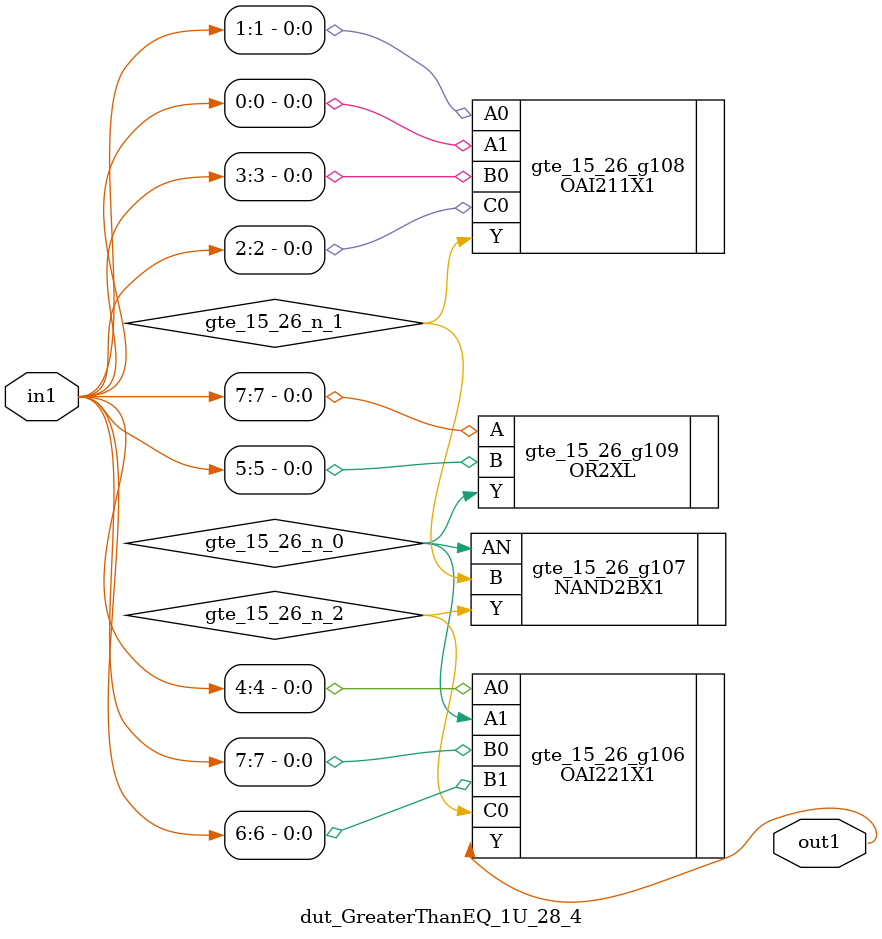
<source format=v>
`timescale 1ps / 1ps


module dut_GreaterThanEQ_1U_28_4(in1, out1);
  input [7:0] in1;
  output out1;
  wire [7:0] in1;
  wire out1;
  wire gte_15_26_n_0, gte_15_26_n_1, gte_15_26_n_2;
  OAI221X1 gte_15_26_g106(.A0 (in1[4]), .A1 (gte_15_26_n_0), .B0
       (in1[7]), .B1 (in1[6]), .C0 (gte_15_26_n_2), .Y (out1));
  NAND2BX1 gte_15_26_g107(.AN (gte_15_26_n_0), .B (gte_15_26_n_1), .Y
       (gte_15_26_n_2));
  OAI211X1 gte_15_26_g108(.A0 (in1[1]), .A1 (in1[0]), .B0 (in1[3]), .C0
       (in1[2]), .Y (gte_15_26_n_1));
  OR2XL gte_15_26_g109(.A (in1[7]), .B (in1[5]), .Y (gte_15_26_n_0));
endmodule



</source>
